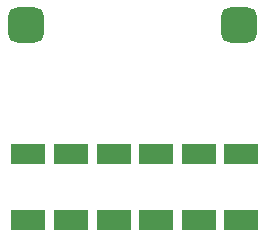
<source format=gtp>
G04*
G04 #@! TF.GenerationSoftware,Altium Limited,CircuitStudio,1.5.2 (30)*
G04*
G04 Layer_Color=8421504*
%FSLAX25Y25*%
%MOIN*%
G70*
G01*
G75*
G04:AMPARAMS|DCode=10|XSize=118.11mil|YSize=118.11mil|CornerRadius=29.53mil|HoleSize=0mil|Usage=FLASHONLY|Rotation=180.000|XOffset=0mil|YOffset=0mil|HoleType=Round|Shape=RoundedRectangle|*
%AMROUNDEDRECTD10*
21,1,0.11811,0.05906,0,0,180.0*
21,1,0.05906,0.11811,0,0,180.0*
1,1,0.05906,-0.02953,0.02953*
1,1,0.05906,0.02953,0.02953*
1,1,0.05906,0.02953,-0.02953*
1,1,0.05906,-0.02953,-0.02953*
%
%ADD10ROUNDEDRECTD10*%
%ADD11R,0.11811X0.07047*%
D10*
X287402Y410630D02*
D03*
X216535D02*
D03*
D11*
X217323Y345669D02*
D03*
Y367717D02*
D03*
X231496Y345669D02*
D03*
Y367717D02*
D03*
X245669Y345669D02*
D03*
Y367717D02*
D03*
X259842Y345669D02*
D03*
Y367717D02*
D03*
X274016Y345669D02*
D03*
Y367717D02*
D03*
X288188Y345669D02*
D03*
Y367716D02*
D03*
M02*

</source>
